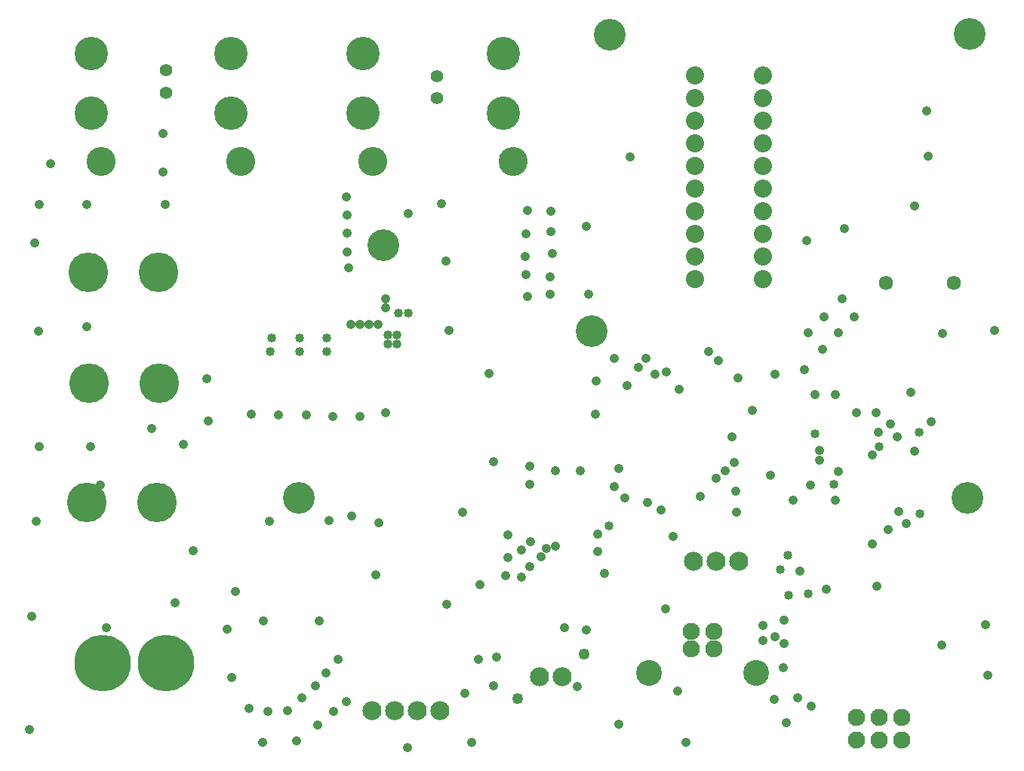
<source format=gbr>
G04 EAGLE Gerber RS-274X export*
G75*
%MOMM*%
%FSLAX34Y34*%
%LPD*%
%INSoldermask Bottom*%
%IPPOS*%
%AMOC8*
5,1,8,0,0,1.08239X$1,22.5*%
G01*
%ADD10C,4.445000*%
%ADD11C,2.133600*%
%ADD12C,3.754000*%
%ADD13C,3.254000*%
%ADD14C,6.350000*%
%ADD15C,2.032000*%
%ADD16C,1.254000*%
%ADD17C,1.609600*%
%ADD18C,1.930400*%
%ADD19C,1.409600*%
%ADD20C,2.895600*%
%ADD21C,3.556000*%
%ADD22C,1.066800*%
%ADD23C,1.059600*%
%ADD24C,1.016000*%


D10*
X166370Y424180D03*
X87630Y424180D03*
X85090Y290830D03*
X163830Y290830D03*
D11*
X481330Y57150D03*
X455930Y57150D03*
X430530Y57150D03*
X405130Y57150D03*
D12*
X552450Y794540D03*
X552450Y727540D03*
D13*
X563450Y673540D03*
D12*
X90170Y794540D03*
X90170Y727540D03*
D13*
X101170Y673540D03*
D12*
X394970Y794540D03*
X394970Y727540D03*
D13*
X405970Y673540D03*
D12*
X246380Y794540D03*
X246380Y727540D03*
D13*
X257380Y673540D03*
D14*
X102870Y110490D03*
X173990Y110490D03*
D15*
X767080Y769620D03*
X767080Y744220D03*
X767080Y718820D03*
X767080Y693420D03*
X767080Y668020D03*
X767080Y642620D03*
X767080Y617220D03*
X767080Y591820D03*
X767080Y566420D03*
X767080Y541020D03*
X843280Y541020D03*
X843280Y566420D03*
X843280Y591820D03*
X843280Y617220D03*
X843280Y642620D03*
X843280Y668020D03*
X843280Y693420D03*
X843280Y718820D03*
X843280Y744220D03*
X843280Y769620D03*
D11*
X592709Y95250D03*
X618820Y95250D03*
D16*
X568325Y70358D03*
X643255Y120142D03*
D17*
X981710Y537210D03*
X1057710Y537210D03*
D18*
X948690Y24130D03*
X974090Y24130D03*
X999490Y24130D03*
X948690Y49530D03*
X974090Y49530D03*
X999490Y49530D03*
D11*
X765810Y224790D03*
X791210Y224790D03*
X816610Y224790D03*
D10*
X165100Y548640D03*
X86360Y548640D03*
D19*
X477520Y744220D03*
X477520Y769220D03*
X173990Y750570D03*
X173990Y775570D03*
D18*
X788470Y146172D03*
X763470Y146172D03*
X763470Y126360D03*
X788470Y126360D03*
D20*
X836168Y99182D03*
X715772Y99182D03*
D21*
X322580Y295910D03*
X1075690Y816610D03*
X1073150Y295910D03*
X417830Y579120D03*
X671830Y815340D03*
X651510Y482600D03*
D22*
X184150Y177800D03*
X251460Y190500D03*
X242570Y148590D03*
X247650Y93980D03*
X367030Y114300D03*
X353060Y99060D03*
X341630Y85090D03*
X326390Y71120D03*
X309880Y57150D03*
X288290Y55880D03*
X266700Y59690D03*
X281940Y21590D03*
X320040Y22860D03*
X344170Y40640D03*
X361950Y55880D03*
X375920Y67310D03*
X488950Y176530D03*
X524510Y114300D03*
X444500Y15240D03*
X516890Y21590D03*
X509270Y76200D03*
X541020Y85090D03*
X544830Y116840D03*
X635000Y83820D03*
X681990Y41910D03*
X756920Y21590D03*
X572770Y237490D03*
X572770Y207010D03*
X657860Y255270D03*
X506730Y279400D03*
X541020Y336550D03*
X914400Y193040D03*
X934720Y598170D03*
X894080Y481330D03*
X892810Y584200D03*
X694690Y678180D03*
D23*
X645160Y600710D03*
D22*
X647700Y524510D03*
X676910Y452120D03*
X656590Y426720D03*
X655320Y389890D03*
X557530Y254000D03*
X554990Y208280D03*
X525780Y198120D03*
X600710Y238760D03*
X594360Y229870D03*
X581660Y218440D03*
X582930Y246380D03*
X557530Y228600D03*
D23*
X283210Y157480D03*
X645160Y147320D03*
D22*
X665480Y210820D03*
X734060Y171450D03*
X1096010Y96520D03*
X1043940Y130810D03*
X971550Y196850D03*
X1093470Y153670D03*
X877570Y293370D03*
X896620Y309880D03*
X812800Y303530D03*
X852170Y321310D03*
X924560Y293370D03*
X966470Y243840D03*
X984250Y260350D03*
X1004570Y266700D03*
X1013460Y347980D03*
X1032510Y381000D03*
X1009650Y414020D03*
X994410Y364490D03*
X1045210Y480060D03*
X910590Y462280D03*
X928370Y481330D03*
X946150Y499110D03*
X911860Y499110D03*
X932180Y519430D03*
X815340Y430530D03*
X831850Y393700D03*
X735330Y436880D03*
X749300Y417830D03*
X808990Y364490D03*
X742950Y252730D03*
X581660Y311150D03*
X581660Y331470D03*
X610870Y326390D03*
X638810Y326390D03*
X885190Y213360D03*
X748030Y78740D03*
X681990Y328930D03*
X773430Y297180D03*
X869950Y43180D03*
X1103630Y483870D03*
X924560Y411480D03*
X928370Y325120D03*
X1013460Y623570D03*
X1028700Y679450D03*
X1027430Y730250D03*
X843280Y152400D03*
X843280Y135890D03*
X867410Y158750D03*
X867410Y132080D03*
X866140Y105410D03*
X855980Y69850D03*
X882650Y71120D03*
X897890Y62230D03*
D23*
X713740Y290830D03*
X966470Y344170D03*
X728980Y281940D03*
D24*
X974090Y353060D03*
D22*
X676910Y308610D03*
X408940Y209550D03*
D24*
X670560Y264160D03*
D22*
X20320Y35560D03*
X22860Y162560D03*
X27940Y269240D03*
X31750Y353060D03*
X100330Y309880D03*
X106680Y149860D03*
X88900Y353060D03*
X30480Y482600D03*
X85090Y487680D03*
X26670Y581660D03*
D23*
X345440Y157480D03*
X621030Y149860D03*
D22*
X610870Y241300D03*
D23*
X657860Y235422D03*
X986790Y378460D03*
D22*
X219710Y429260D03*
X356870Y270510D03*
X382270Y275590D03*
X204470Y236220D03*
X157480Y373380D03*
X193040Y355600D03*
X220980Y382270D03*
X44450Y670560D03*
X31750Y624840D03*
X85090Y624840D03*
X172720Y624840D03*
X170180Y661670D03*
X170180Y704850D03*
X445770Y614680D03*
X375920Y633730D03*
X377190Y613410D03*
X377190Y593090D03*
X377190Y571500D03*
X378460Y553720D03*
X482600Y626110D03*
X487680Y561340D03*
X420370Y519430D03*
X420370Y509270D03*
X381000Y490220D03*
X391160Y490220D03*
X401320Y490220D03*
X411480Y490220D03*
X491490Y483870D03*
X579120Y521970D03*
X577850Y546100D03*
X576580Y566420D03*
X577850Y591820D03*
X579120Y618490D03*
X605790Y617220D03*
X605790Y594360D03*
X607060Y570230D03*
X604520Y543560D03*
X604520Y524510D03*
X535940Y435610D03*
X420370Y391160D03*
X391160Y387350D03*
X360680Y387350D03*
X331470Y388620D03*
X299720Y388620D03*
X269240Y389890D03*
X412750Y267970D03*
X289560Y269240D03*
D23*
X688340Y295910D03*
X972820Y369570D03*
D24*
X422910Y478790D03*
X433070Y478790D03*
X433070Y468630D03*
X422910Y468630D03*
X292100Y474980D03*
X354330Y459740D03*
X323850Y474980D03*
X354330Y474980D03*
X290830Y459740D03*
X323850Y459740D03*
X445770Y502920D03*
X434340Y502920D03*
D23*
X857250Y139700D03*
X857250Y434340D03*
X995680Y280670D03*
X793750Y449580D03*
X901700Y411480D03*
X782320Y459740D03*
X889854Y439420D03*
X690880Y421640D03*
X814070Y279400D03*
X703580Y441960D03*
X791210Y317500D03*
X801370Y326390D03*
X712470Y452120D03*
X722630Y434340D03*
X811530Y335280D03*
D24*
X1019810Y278130D03*
X1018540Y369570D03*
D23*
X906780Y349250D03*
X948690Y391160D03*
X906780Y337820D03*
X970280Y391160D03*
D24*
X872490Y186690D03*
X862754Y215054D03*
X894080Y187960D03*
X871220Y231140D03*
X902020Y367980D03*
X923290Y311150D03*
M02*

</source>
